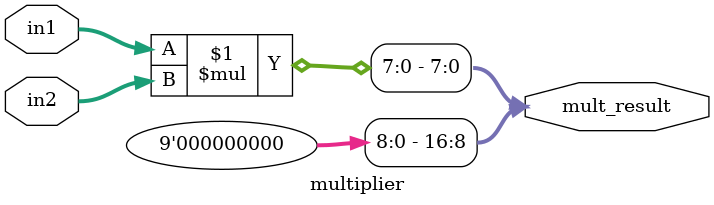
<source format=v>
module  multiplier #(parameter INP1_WIDTH = 8 , parameter INP2_WIDTH = 8 ) (input[INP1_WIDTH -1:0] in1,input[INP2_WIDTH-1:0] in2,output[INP1_WIDTH+INP2_WIDTH:0] mult_result);

    assign mult_result = {1'd0,in1 * in2} ;    
endmodule

</source>
